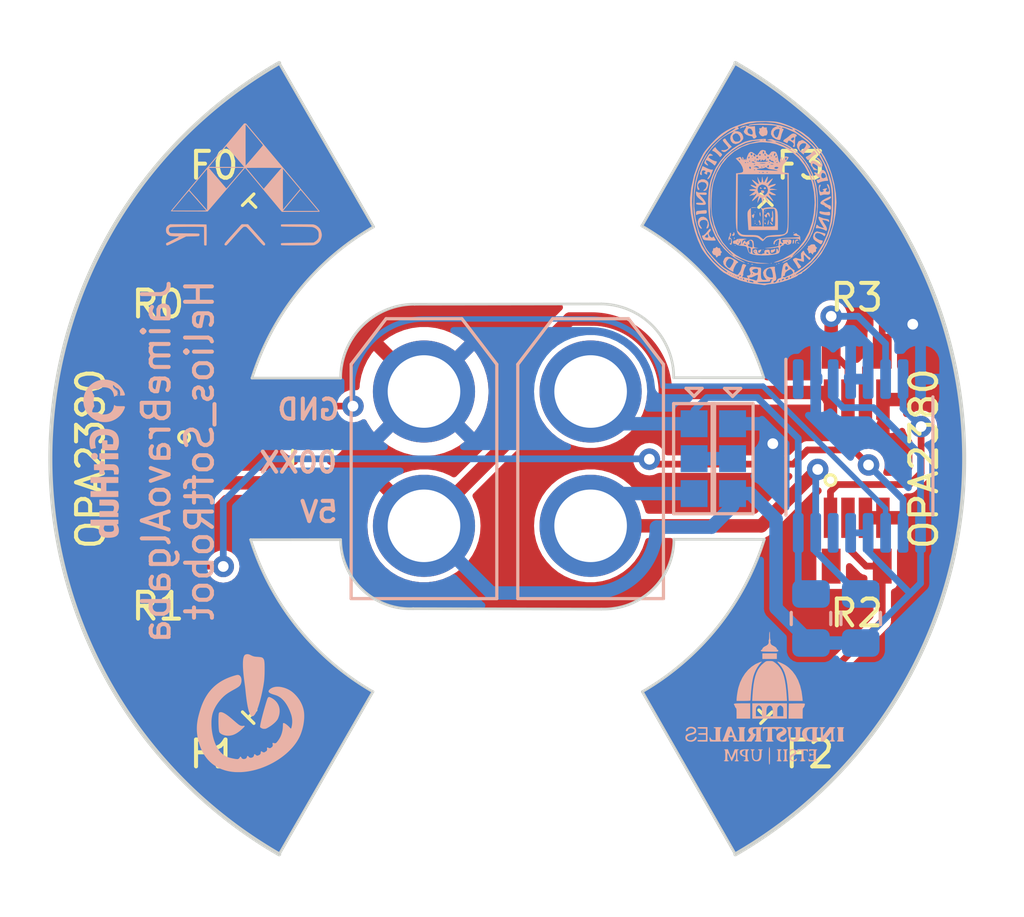
<source format=kicad_pcb>
(kicad_pcb (version 20240108) (generator "pcbnew") (generator_version "8.0")
  (layers (0 "F.Cu" signal) (31 "B.Cu" signal) (34 "B.Paste" user) (35 "F.Paste" user) (36 "B.SilkS" user "B.Silkscreen") (37 "F.SilkS" user "F.Silkscreen") (38 "B.Mask" user) (39 "F.Mask" user) (44 "Edge.Cuts" user))
  (net 0 "")
  (net 1 "Net-(F0-K)")
  (net 2 "GND")
  (net 3 "Net-(F1-K)")
  (net 4 "Net-(F2-K)")
  (net 5 "Net-(F3-K)")
  (net 6 "SCL")
  (net 7 "SDA")
  (net 8 "Net-(JP1-C)")
  (net 10 "VCC")
  (net 11 "F0")
  (net 12 "F1")
  (net 13 "F2")
  (net 14 "F3")
  (footprint "Helios:OPA2380" (layer "F.Cu") (at 178 100)
    (property "Reference" "U1" (hide yes))
    (property "Value" "OPA2380" (at 2.5 0 90) (layer "F.SilkS"))
    (pad "1" smd rect (at -0.975 2.2) (size 0.5 1.5) (layers "F.Cu" "F.Paste" "F.Mask") (net 13 "F2"))
    (pad "2" smd rect (at -0.325 2.2) (size 0.5 1.5) (layers "F.Cu" "F.Paste" "F.Mask") (net 4 "Net-(F2-K)"))
    (pad "3" smd rect (at 0.325 2.2) (size 0.5 1.5) (layers "F.Cu" "F.Paste" "F.Mask") (net 2 "GND"))
    (pad "4" smd rect (at 0.975 2.2) (size 0.5 1.5) (layers "F.Cu" "F.Paste" "F.Mask") (net 2 "GND"))
    (pad "5" smd rect (at 0.975 -2.2) (size 0.5 1.5) (layers "F.Cu" "F.Paste" "F.Mask") (net 2 "GND"))
    (pad "6" smd rect (at 0.325 -2.2) (size 0.5 1.5) (layers "F.Cu" "F.Paste" "F.Mask") (net 5 "Net-(F3-K)"))
    (pad "7" smd rect (at -0.325 -2.2) (size 0.5 1.5) (layers "F.Cu" "F.Paste" "F.Mask") (net 14 "F3"))
    (pad "8" smd rect (at -0.975 -2.2) (size 0.5 1.5) (layers "F.Cu" "F.Paste" "F.Mask") (net 10 "VCC"))
  )
  (footprint "Capacitor_SMD:C_0805_2012Metric" (layer "F.Cu") (at 157.75 99.95 -90)
    (property "Reference" "C1" (hide yes))
    (property "Value" "C")
    (pad "1" smd roundrect (at -0.95 0 270) (size 1 1.45) (layers "F.Cu" "F.Paste" "F.Mask") (net 2 "GND"))
    (pad "2" smd roundrect (at 0.95 0 270) (size 1 1.45) (layers "F.Cu" "F.Paste" "F.Mask") (net 10 "VCC"))
  )
  (footprint "Helios:RS_0805" (layer "F.Cu") (at 152 96 180)
    (property "Reference" "R0" (at 0 1.75 0) (layer "F.SilkS"))
    (property "Value" "Rf")
    (pad "1" smd rect (at -0.95 0 180) (size 0.7 1.3) (layers "F.Cu" "F.Paste" "F.Mask") (net 11 "F0"))
    (pad "2" smd rect (at 0.95 0 180) (size 0.7 1.3) (layers "F.Cu" "F.Paste" "F.Mask") (net 1 "Net-(F0-K)"))
  )
  (footprint "Helios:SFH2704_Photodiode" (layer "F.Cu") (at 174.5 109.5 -135)
    (property "Reference" "F2" (at -0.176777 -2.298097 0) (layer "F.SilkS"))
    (property "Value" "SFH2704" (hide yes))
    (pad "1" smd rect (at 0 -0.7 225) (size 1.9 0.4) (layers "F.Cu" "F.Paste" "F.Mask") (net 4 "Net-(F2-K)"))
    (pad "2" smd rect (at 0 0.7 225) (size 1.9 0.4) (layers "F.Cu" "F.Paste" "F.Mask") (net 2 "GND"))
  )
  (footprint "Helios:SFH2704_Photodiode" (layer "F.Cu") (at 155.5 90.5 45)
    (property "Reference" "F0" (at 0 -2.000001 180) (layer "F.SilkS"))
    (property "Value" "SFH2704" (hide yes))
    (pad "1" smd rect (at 0 -0.7 45) (size 1.9 0.4) (layers "F.Cu" "F.Paste" "F.Mask") (net 1 "Net-(F0-K)"))
    (pad "2" smd rect (at 0 0.7 45) (size 1.9 0.4) (layers "F.Cu" "F.Paste" "F.Mask") (net 2 "GND"))
  )
  (footprint "Helios:RS_0805" (layer "F.Cu") (at 178 96)
    (property "Reference" "R3" (at 0 -2 0) (layer "F.SilkS"))
    (property "Value" "Rf")
    (pad "1" smd rect (at -0.95 0) (size 0.7 1.3) (layers "F.Cu" "F.Paste" "F.Mask") (net 14 "F3"))
    (pad "2" smd rect (at 0.95 0) (size 0.7 1.3) (layers "F.Cu" "F.Paste" "F.Mask") (net 5 "Net-(F3-K)"))
  )
  (footprint "Helios:OPA2380" (layer "F.Cu") (at 152 100 180)
    (property "Reference" "U0" (hide yes))
    (property "Value" "OPA2380" (at 2.5 0 -90) (layer "F.SilkS"))
    (pad "1" smd rect (at -0.975 2.2 180) (size 0.5 1.5) (layers "F.Cu" "F.Paste" "F.Mask") (net 11 "F0"))
    (pad "2" smd rect (at -0.325 2.2 180) (size 0.5 1.5) (layers "F.Cu" "F.Paste" "F.Mask") (net 1 "Net-(F0-K)"))
    (pad "3" smd rect (at 0.325 2.2 180) (size 0.5 1.5) (layers "F.Cu" "F.Paste" "F.Mask") (net 2 "GND"))
    (pad "4" smd rect (at 0.975 2.2 180) (size 0.5 1.5) (layers "F.Cu" "F.Paste" "F.Mask") (net 2 "GND"))
    (pad "5" smd rect (at 0.975 -2.2 180) (size 0.5 1.5) (layers "F.Cu" "F.Paste" "F.Mask") (net 2 "GND"))
    (pad "6" smd rect (at 0.325 -2.2 180) (size 0.5 1.5) (layers "F.Cu" "F.Paste" "F.Mask") (net 3 "Net-(F1-K)"))
    (pad "7" smd rect (at -0.325 -2.2 180) (size 0.5 1.5) (layers "F.Cu" "F.Paste" "F.Mask") (net 12 "F1"))
    (pad "8" smd rect (at -0.975 -2.2 180) (size 0.5 1.5) (layers "F.Cu" "F.Paste" "F.Mask") (net 10 "VCC"))
  )
  (footprint "Helios:SFH2704_Photodiode" (layer "F.Cu") (at 174.5 90.5 -45)
    (property "Reference" "F3" (at 0 -2.000001 0) (layer "F.SilkS"))
    (property "Value" "SFH2704" (hide yes))
    (pad "1" smd rect (at 0 -0.7 315) (size 1.9 0.4) (layers "F.Cu" "F.Paste" "F.Mask") (net 5 "Net-(F3-K)"))
    (pad "2" smd rect (at 0 0.7 315) (size 1.9 0.4) (layers "F.Cu" "F.Paste" "F.Mask") (net 2 "GND"))
  )
  (footprint "Helios:SFH2704_Photodiode" (layer "F.Cu") (at 155.5 109.5 135)
    (property "Reference" "F1" (at -0.06066 -2.06066 180) (layer "F.SilkS"))
    (property "Value" "SFH2704" (hide yes))
    (pad "1" smd rect (at 0 -0.7 135) (size 1.9 0.4) (layers "F.Cu" "F.Paste" "F.Mask") (net 3 "Net-(F1-K)"))
    (pad "2" smd rect (at 0 0.7 135) (size 1.9 0.4) (layers "F.Cu" "F.Paste" "F.Mask") (net 2 "GND"))
  )
  (footprint "Helios:RS_0805" (layer "F.Cu") (at 178 104)
    (property "Reference" "R2" (at 0 1.75 0) (layer "F.SilkS"))
    (property "Value" "Rf")
    (pad "1" smd rect (at -0.95 0) (size 0.7 1.3) (layers "F.Cu" "F.Paste" "F.Mask") (net 13 "F2"))
    (pad "2" smd rect (at 0.95 0) (size 0.7 1.3) (layers "F.Cu" "F.Paste" "F.Mask") (net 4 "Net-(F2-K)"))
  )
  (footprint "Helios:RS_0805" (layer "F.Cu") (at 152 104 180)
    (property "Reference" "R1" (at 0 -1.5 0) (layer "F.SilkS"))
    (property "Value" "Rf")
    (pad "1" smd rect (at -0.95 0 180) (size 0.7 1.3) (layers "F.Cu" "F.Paste" "F.Mask") (net 12 "F1"))
    (pad "2" smd rect (at 0.95 0 180) (size 0.7 1.3) (layers "F.Cu" "F.Paste" "F.Mask") (net 3 "Net-(F1-K)"))
  )
  (footprint "LOGO" (layer "B.Cu") (at 150 100 -90)
    (property "Reference" "G***" (hide yes))
    (property "Value" "LOGO" (hide yes))
  )
  (footprint "Resistor_SMD:R_0805_2012Metric" (layer "B.Cu") (at 178.15 105.95 90)
    (property "Reference" "R5" (hide yes))
    (property "Value" "Rf")
    (pad "1" smd roundrect (at -0.9125 0 90) (size 1.025 1.4) (layers "B.Cu" "B.Paste" "B.Mask") (roundrect_rratio 0.243902439) (net 10 "VCC"))
    (pad "2" smd roundrect (at 0.9125 0 90) (size 1.025 1.4) (layers "B.Cu" "B.Paste" "B.Mask") (roundrect_rratio 0.243902439) (net 7 "SDA"))
  )
  (footprint "Jumper:SolderJumper-3_P1.3mm_Open_Pad1.0x1.5mm" (layer "B.Cu") (at 171.95 100 -90)
    (property "Reference" "JP2" (hide yes))
    (property "Value" "Jumper_3_Open")
    (pad "1" smd rect (at -1.3 0 270) (size 1 1) (layers "B.Cu" "B.Mask") (net 6 "SCL"))
    (pad "2" smd rect (at 0 0 270) (size 1 1) (layers "B.Cu" "B.Mask") (net 8 "Net-(JP1-C)"))
    (pad "3" smd rect (at 1.3 0 270) (size 1 1) (layers "B.Cu" "B.Mask") (net 7 "SDA"))
  )
  (footprint "Package_SO:TSSOP-16_4.4x5mm_P0.65mm" (layer "B.Cu") (at 178.1 99.9 -90)
    (property "Reference" "U2" (hide yes))
    (property "Value" "ADS112C04IPWR")
    (pad "1" smd roundrect (at -2.8625 2.275 270) (size 1.475 0.4) (layers "B.Cu" "B.Paste" "B.Mask"))
    (pad "2" smd roundrect (at -2.8625 1.625 270) (size 1.475 0.4) (layers "B.Cu" "B.Paste" "B.Mask") (net 2 "GND"))
    (pad "3" smd roundrect (at -2.8625 0.975 270) (size 1.475 0.4) (layers "B.Cu" "B.Paste" "B.Mask") (net 10 "VCC"))
    (pad "4" smd roundrect (at -2.8625 0.325 270) (size 1.475 0.4) (layers "B.Cu" "B.Paste" "B.Mask") (net 2 "GND"))
    (pad "5" smd roundrect (at -2.8625 -0.325 270) (size 1.475 0.4) (layers "B.Cu" "B.Paste" "B.Mask") (net 2 "GND"))
    (pad "6" smd roundrect (at -2.8625 -0.975 270) (size 1.475 0.4) (layers "B.Cu" "B.Paste" "B.Mask") (net 14 "F3"))
    (pad "7" smd roundrect (at -2.8625 -1.625 270) (size 1.475 0.4) (layers "B.Cu" "B.Paste" "B.Mask") (net 13 "F2"))
    (pad "8" smd roundrect (at -2.8625 -2.275 270) (size 1.475 0.4) (layers "B.Cu" "B.Paste" "B.Mask") (net 2 "GND"))
    (pad "9" smd roundrect (at 2.8625 -2.275 270) (size 1.475 0.4) (layers "B.Cu" "B.Paste" "B.Mask") (net 10 "VCC"))
    (pad "10" smd roundrect (at 2.8625 -1.625 270) (size 1.475 0.4) (layers "B.Cu" "B.Paste" "B.Mask") (net 12 "F1"))
    (pad "11" smd roundrect (at 2.8625 -0.975 270) (size 1.475 0.4) (layers "B.Cu" "B.Paste" "B.Mask") (net 11 "F0"))
    (pad "12" smd roundrect (at 2.8625 -0.325 270) (size 1.475 0.4) (layers "B.Cu" "B.Paste" "B.Mask") (net 10 "VCC"))
    (pad "13" smd roundrect (at 2.8625 0.325 270) (size 1.475 0.4) (layers "B.Cu" "B.Paste" "B.Mask") (net 10 "VCC"))
    (pad "14" smd roundrect (at 2.8625 0.975 270) (size 1.475 0.4) (layers "B.Cu" "B.Paste" "B.Mask"))
    (pad "15" smd roundrect (at 2.8625 1.625 270) (size 1.475 0.4) (layers "B.Cu" "B.Paste" "B.Mask") (net 7 "SDA"))
    (pad "16" smd roundrect (at 2.8625 2.275 270) (size 1.475 0.4) (layers "B.Cu" "B.Paste" "B.Mask") (net 6 "SCL"))
  )
  (footprint "LOGO" (layer "B.Cu") (at 155.448 109.474 180)
    (property "Reference" "G***" (hide yes))
    (property "Value" "LOGO" (hide yes))
  )
  (footprint "Resistor_SMD:R_0805_2012Metric" (layer "B.Cu") (at 176.3 105.95 90)
    (property "Reference" "R4" (hide yes))
    (property "Value" "Rf")
    (pad "1" smd roundrect (at -0.9125 0 90) (size 1.025 1.4) (layers "B.Cu" "B.Paste" "B.Mask") (roundrect_rratio 0.243902439) (net 10 "VCC"))
    (pad "2" smd roundrect (at 0.9125 0 90) (size 1.025 1.4) (layers "B.Cu" "B.Paste" "B.Mask") (roundrect_rratio 0.243902439) (net 6 "SCL"))
  )
  (footprint "Jumper:SolderJumper-3_P1.3mm_Open_Pad1.0x1.5mm" (layer "B.Cu") (at 173.3825 100 -90)
    (property "Reference" "JP1" (hide yes))
    (property "Value" "Jumper_3_Open")
    (pad "1" smd rect (at -1.3 0 270) (size 1 1) (layers "B.Cu" "B.Mask") (net 2 "GND"))
    (pad "2" smd rect (at 0 0 270) (size 1 1) (layers "B.Cu" "B.Mask") (net 8 "Net-(JP1-C)"))
    (pad "3" smd rect (at 1.3 0 270) (size 1 1) (layers "B.Cu" "B.Mask") (net 10 "VCC"))
  )
  (footprint "LOGO" (layer "B.Cu") (at 155.194 89.789 180)
    (property "Reference" "G***" (hide yes))
    (property "Value" "LOGO" (hide yes))
  )
  (footprint "LOGO" (layer "B.Cu") (at 174.625 109.093 180)
    (property "Reference" "G***" (hide yes))
    (property "Value" "LOGO" (hide yes))
  )
  (footprint "XTConnectors:XT30U-M_1x02_P5.0mm_Vertical" (layer "B.Cu") (at 168.1 97.5 -90)
    (property "Reference" "J2" (hide yes))
    (property "Value" "I2C")
    (pad "1" thru_hole circle (at 0 0 270) (size 3.8 3.8) (drill 2.7) (layers "*.Cu" "*.Mask") (net 6 "SCL"))
    (pad "2" thru_hole circle (at 5 0 270) (size 3.8 3.8) (drill 2.7) (layers "*.Cu" "*.Mask") (net 7 "SDA"))
  )
  (footprint "XTConnectors:XT30U-M_1x02_P5.0mm_Vertical" (layer "B.Cu") (at 161.9 97.5 -90)
    (property "Reference" "J1" (hide yes))
    (property "Value" "POW")
    (pad "1" thru_hole circle (at 0 0 270) (size 3.8 3.8) (drill 2.7) (layers "*.Cu" "*.Mask") (net 2 "GND"))
    (pad "2" thru_hole circle (at 5 0 270) (size 3.8 3.8) (drill 2.7) (layers "*.Cu" "*.Mask") (net 10 "VCC"))
  )
  (footprint "LOGO" (layer "B.Cu") (at 174.5 90.5 180)
    (property "Reference" "G***" (hide yes))
    (property "Value" "LOGO" (hide yes))
  )
  (gr_line (start 161.499588 105.584388) (end 168.5 105.6) (stroke (width 0.1)) (layer "Edge.Cuts"))
  (gr_line (start 160.025772 91.368253) (end 156.511923 85.270692) (stroke (width 0.1)) (layer "Edge.Cuts"))
  (gr_arc (start 160 108.676765) (mid 157.193985 106.273147) (end 155.450535 103.01562) (stroke (width 0.1)) (layer "Edge.Cuts"))
  (gr_line (start 160 108.676765) (end 156.511923 114.729308) (stroke (width 0.1)) (layer "Edge.Cuts"))
  (gr_line (start 174.54251 96.986576) (end 171.193182 96.985418) (stroke (width 0.1)) (layer "Edge.Cuts"))
  (gr_arc (start 168.495716 94.239956) (mid 170.408834 95.058168) (end 171.193182 96.985418) (stroke (width 0.1)) (layer "Edge.Cuts"))
  (gr_line (start 161.55 94.25) (end 168.495716 94.239956) (stroke (width 0.1)) (layer "Edge.Cuts"))
  (gr_arc (start 156.511923 114.729308) (mid 147.999382 100) (end 156.511923 85.270692) (stroke (width 0.15)) (layer "Edge.Cuts"))
  (gr_arc (start 171.2 103.001201) (mid 170.402281 104.873392) (end 168.500126 105.59676) (stroke (width 0.1)) (layer "Edge.Cuts"))
  (gr_line (start 170.02417 108.675165) (end 173.48684 114.729308) (stroke (width 0.1)) (layer "Edge.Cuts"))
  (gr_arc (start 155.5 97) (mid 157.234373 93.759404) (end 160.025772 91.368253) (stroke (width 0.1)) (layer "Edge.Cuts"))
  (gr_arc (start 170.007011 91.335701) (mid 172.804181 93.736216) (end 174.54251 96.986576) (stroke (width 0.1)) (layer "Edge.Cuts"))
  (gr_line (start 173.48684 85.270692) (end 170.007011 91.335701) (stroke (width 0.1)) (layer "Edge.Cuts"))
  (gr_arc (start 174.564203 103.004462) (mid 172.825879 106.265493) (end 170.02417 108.675165) (stroke (width 0.1)) (layer "Edge.Cuts"))
  (gr_line (start 171.2 103.001201) (end 174.564203 103.004462) (stroke (width 0.1)) (layer "Edge.Cuts"))
  (gr_line (start 155.450535 103.01562) (end 158.8 103.013217) (stroke (width 0.1)) (layer "Edge.Cuts"))
  (gr_line (start 155.5 97) (end 158.8 97) (stroke (width 0.1)) (layer "Edge.Cuts"))
  (gr_arc (start 161.499588 105.584388) (mid 159.602712 104.873208) (end 158.8 103.013217) (stroke (width 0.1)) (layer "Edge.Cuts"))
  (gr_arc (start 158.8 97) (mid 159.605456 95.055456) (end 161.55 94.25) (stroke (width 0.1)) (layer "Edge.Cuts"))
  (gr_arc (start 173.48684 85.270692) (mid 181.999381 100) (end 173.48684 114.729308) (stroke (width 0.15)) (layer "Edge.Cuts"))
  (gr_text "JaimeBravoAlgaba\nHelios_SoftRobot" (at 152.75 93.25 90) (layer "B.SilkS") (effects (font (size 1 1)) (justify left mirror)))
  (gr_text "GND" (at 157.607 98.171 0) (layer "B.SilkS") (effects (font (size 0.75 0.75)) (justify mirror)))
  (gr_text "00XX" (at 158.75 100.584 0) (layer "B.SilkS") (effects (font (size 0.75 0.75)) (justify left bottom mirror)))
  (gr_text "5V" (at 157.988 101.981 0) (layer "B.SilkS") (effects (font (size 0.75 0.75)) (justify mirror)))
  (segment (start 151.425 96) (end 152.325 96.9) (width 0.25) (layer "F.Cu") (net 1))
  (segment (start 151.05 93.96005) (end 151.05 96) (width 0.25) (layer "F.Cu") (net 1))
  (segment (start 151.05 96) (end 151.425 96) (width 0.25) (layer "F.Cu") (net 1))
  (segment (start 152.325 96.9) (end 152.325 97.8) (width 0.25) (layer "F.Cu") (net 1))
  (segment (start 155.005025 90.005025) (end 151.05 93.96005) (width 0.25) (layer "F.Cu") (net 1))
  (via (at 180.086 94.996) (size 0.8) (drill 0.4) (layers "F.Cu" "B.Cu") (net 2))
  (via (at 174.879 99.441) (size 0.8) (drill 0.4) (layers "F.Cu" "B.Cu") (net 2))
  (segment (start 151.05 104) (end 151.675 103.375) (width 0.25) (layer "F.Cu") (net 3))
  (segment (start 155.005025 109.994975) (end 151.05 106.03995) (width 0.25) (layer "F.Cu") (net 3))
  (segment (start 151.675 103.375) (end 151.675 102.2) (width 0.25) (layer "F.Cu") (net 3))
  (segment (start 151.05 106.03995) (end 151.05 104) (width 0.25) (layer "F.Cu") (net 3))
  (segment (start 178.95 104) (end 178.35 104) (width 0.25) (layer "F.Cu") (net 4))
  (segment (start 177.75 103.4) (end 177.75 102.275) (width 0.25) (layer "F.Cu") (net 4))
  (segment (start 178.35 104) (end 177.75 103.4) (width 0.25) (layer "F.Cu") (net 4))
  (segment (start 174.994975 109.994975) (end 178.95 106.03995) (width 0.25) (layer "F.Cu") (net 4))
  (segment (start 178.95 106.03995) (end 178.95 104) (width 0.25) (layer "F.Cu") (net 4))
  (segment (start 177.75 102.275) (end 177.675 102.2) (width 0.25) (layer "F.Cu") (net 4))
  (segment (start 178.95 96) (end 178.325 96.625) (width 0.25) (layer "F.Cu") (net 5))
  (segment (start 178.325 96.625) (end 178.325 97.8) (width 0.25) (layer "F.Cu") (net 5))
  (segment (start 178.95 93.96005) (end 178.95 96) (width 0.25) (layer "F.Cu") (net 5))
  (segment (start 174.994975 90.005025) (end 178.95 93.96005) (width 0.25) (layer "F.Cu") (net 5))
  (segment (start 171.95 98.2) (end 171.95 98.7) (width 0.25) (layer "B.Cu") (net 6))
  (segment (start 175.825 99.244) (end 174.306 97.725) (width 0.25) (layer "B.Cu") (net 6))
  (segment (start 175.825 102.7625) (end 175.825 99.244) (width 0.25) (layer "B.Cu") (net 6))
  (segment (start 172.425 97.725) (end 171.95 98.2) (width 0.25) (layer "B.Cu") (net 6))
  (segment (start 175.825 102.7625) (end 175.825 104.5625) (width 0.25) (layer "B.Cu") (net 6))
  (segment (start 169.3 98.7) (end 168.1 97.5) (width 0.5) (layer "B.Cu") (net 6))
  (segment (start 175.825 104.5625) (end 176.3 105.0375) (width 0.25) (layer "B.Cu") (net 6))
  (segment (start 171.95 98.7) (end 169.3 98.7) (width 0.5) (layer "B.Cu") (net 6))
  (segment (start 174.306 97.725) (end 172.425 97.725) (width 0.25) (layer "B.Cu") (net 6))
  (segment (start 174.45 102.5) (end 168.1 102.5) (width 0.5) (layer "F.Cu") (net 7))
  (segment (start 176.5495 100.4005) (end 174.45 102.5) (width 0.5) (layer "F.Cu") (net 7))
  (via (at 176.5495 100.4005) (size 0.8) (drill 0.4) (layers "F.Cu" "B.Cu") (net 7))
  (segment (start 171.95 101.3) (end 169.3 101.3) (width 0.5) (layer "B.Cu") (net 7))
  (segment (start 178.061459 105.0375) (end 178.15 105.0375) (width 0.25) (layer "B.Cu") (net 7))
  (segment (start 176.475 102.7625) (end 176.475 103.451041) (width 0.25) (layer "B.Cu") (net 7))
  (segment (start 176.5495 100.4005) (end 176.475 100.475) (width 0.25) (layer "B.Cu") (net 7))
  (segment (start 176.475 103.451041) (end 178.061459 105.0375) (width 0.25) (layer "B.Cu") (net 7))
  (segment (start 169.3 101.3) (end 168.1 102.5) (width 0.5) (layer "B.Cu") (net 7))
  (segment (start 176.475 100.475) (end 176.475 102.7625) (width 0.25) (layer "B.Cu") (net 7))
  (segment (start 171.95 100) (end 173.3825 100) (width 0.5) (layer "B.Cu") (net 8))
  (segment (start 157.75 100.9) (end 154.275 100.9) (width 0.5) (layer "F.Cu") (net 10))
  (segment (start 176.975 97.8) (end 176.975 97.75) (width 0.5) (layer "F.Cu") (net 10))
  (segment (start 176.761 97.536) (end 170.882484 97.536) (width 0.5) (layer "F.Cu") (net 10))
  (segment (start 165.608 96.52) (end 165.608 98.792) (width 0.5) (layer "F.Cu") (net 10))
  (segment (start 165.608 98.792) (end 161.9 102.5) (width 0.5) (layer "F.Cu") (net 10))
  (segment (start 157.75 100.9) (end 160.3 100.9) (width 0.5) (layer "F.Cu") (net 10))
  (segment (start 154.275 100.9) (end 153.025 102.15) (width 0.5) (layer "F.Cu") (net 10))
  (segment (start 176.975 97.75) (end 176.761 97.536) (width 0.5) (layer "F.Cu") (net 10))
  (segment (start 153.025 102.15) (end 153.025 102.2) (width 0.5) (layer "F.Cu") (net 10))
  (segment (start 168.149215 94.801516) (end 167.326484 94.801516) (width 0.5) (layer "F.Cu") (net 10))
  (segment (start 160.3 100.9) (end 161.9 102.5) (width 0.5) (layer "F.Cu") (net 10))
  (segment (start 167.326484 94.801516) (end 165.608 96.52) (width 0.5) (layer "F.Cu") (net 10))
  (arc (start 170.882484 97.536) (mid 170.081999 95.60286) (end 168.149215 94.801516) (width 0.5) (layer "F.Cu") (net 10))
  (segment (start 174.05 101.3) (end 175 102.25) (width 0.5) (layer "B.Cu") (net 10))
  (segment (start 179.98125 105.007291) (end 179.98125 105.03125) (width 0.25) (layer "B.Cu") (net 10))
  (segment (start 161.9 102.5) (end 164.4 105) (width 0.5) (layer "B.Cu") (net 10))
  (segment (start 172.6 102.55) (end 170.55 102.55) (width 0.5) (layer "B.Cu") (net 10))
  (segment (start 180.375 102.7625) (end 180.375 104.6375) (width 0.25) (layer "B.Cu") (net 10))
  (segment (start 177.125 97.0375) (end 177.125 97.726041) (width 0.25) (layer "B.Cu") (net 10))
  (segment (start 175 105.5625) (end 176.3 106.8625) (width 0.5) (layer "B.Cu") (net 10))
  (segment (start 180.375 99.857) (end 180.375 102.7625) (width 0.25) (layer "B.Cu") (net 10))
  (segment (start 180.375 104.6375) (end 179.98125 105.03125) (width 0.25) (layer "B.Cu") (net 10))
  (segment (start 176.3 106.8625) (end 178.15 106.8625) (width 0.5) (layer "B.Cu") (net 10))
  (segment (start 178.425 102.7625) (end 178.425 103.451041) (width 0.25) (layer "B.Cu") (net 10))
  (segment (start 179.98125 105.03125) (end 178.15 106.8625) (width 0.25) (layer "B.Cu") (net 10))
  (segment (start 178.425 103.451041) (end 179.98125 105.007291) (width 0.25) (layer "B.Cu") (net 10))
  (segment (start 173.3825 101.3) (end 173.3825 101.7675) (width 0.5) (layer "B.Cu") (net 10))
  (segment (start 175 102.25) (end 175 105.5625) (width 0.5) (layer "B.Cu") (net 10))
  (segment (start 178.618 98.1) (end 180.375 99.857) (width 0.25) (layer "B.Cu") (net 10))
  (segment (start 177.775 102.7625) (end 178.425 102.7625) (width 0.25) (layer "B.Cu") (net 10))
  (segment (start 173.3825 101.3) (end 174.05 101.3) (width 0.5) (layer "B.Cu") (net 10))
  (segment (start 177.498959 98.1) (end 178.618 98.1) (width 0.25) (layer "B.Cu") (net 10))
  (segment (start 164.4 105) (end 168.1 105) (width 0.5) (layer "B.Cu") (net 10))
  (segment (start 173.3825 101.7675) (end 172.6 102.55) (width 0.5) (layer "B.Cu") (net 10))
  (segment (start 177.125 97.726041) (end 177.498959 98.1) (width 0.25) (layer "B.Cu") (net 10))
  (arc (start 170.55 102.55) (mid 169.832412 104.282412) (end 168.1 105) (width 0.5) (layer "B.Cu") (net 10))
  (segment (start 153.219 98.044) (end 152.975 97.8) (width 0.25) (layer "F.Cu") (net 11))
  (segment (start 152.95 97.775) (end 152.975 97.8) (width 0.25) (layer "F.Cu") (net 11))
  (segment (start 152.95 96) (end 152.95 97.775) (width 0.25) (layer "F.Cu") (net 11))
  (segment (start 159.258 98.044) (end 153.219 98.044) (width 0.25) (layer "F.Cu") (net 11))
  (via (at 159.258 98.044) (size 0.8) (drill 0.4) (layers "F.Cu" "B.Cu") (net 11))
  (segment (start 159.241709 98.027709) (end 159.241709 97.01285) (width 0.2) (layer "B.Cu") (net 11))
  (segment (start 159.258 98.044) (end 159.241709 98.027709) (width 0.2) (layer "B.Cu") (net 11))
  (segment (start 161.915994 94.8) (end 168.1 94.8) (width 0.2) (layer "B.Cu") (net 11))
  (segment (start 179.075 101.859) (end 179.075 102.7625) (width 0.2) (layer "B.Cu") (net 11))
  (segment (start 174.516 97.3) (end 179.075 101.859) (width 0.2) (layer "B.Cu") (net 11))
  (segment (start 170.8 97.3) (end 174.516 97.3) (width 0.2) (layer "B.Cu") (net 11))
  (arc (start 159.241709 97.01285) (mid 160.171425 95.425867) (end 161.9 94.8) (width 0.2) (layer "B.Cu") (net 11))
  (arc (start 168.1 94.8) (mid 169.938643 95.522782) (end 170.792888 97.304154) (width 0.2) (layer "B.Cu") (net 11))
  (segment (start 152.95 104) (end 154.419 104) (width 0.25) (layer "F.Cu") (net 12))
  (segment (start 152.95 104) (end 152.325 103.375) (width 0.25) (layer "F.Cu") (net 12))
  (segment (start 154.419 104) (end 154.432 104.013) (width 0.25) (layer "F.Cu") (net 12))
  (segment (start 175.641 100.203) (end 176.1685 99.6755) (width 0.25) (layer "F.Cu") (net 12))
  (segment (start 170.469038 100.203) (end 175.641 100.203) (width 0.25) (layer "F.Cu") (net 12))
  (segment (start 176.1685 99.6755) (end 177.880744 99.6755) (width 0.25) (layer "F.Cu") (net 12))
  (segment (start 152.325 103.375) (end 152.325 102.2) (width 0.25) (layer "F.Cu") (net 12))
  (segment (start 170.285977 100.019939) (end 170.469038 100.203) (width 0.25) (layer "F.Cu") (net 12))
  (segment (start 177.880744 99.6755) (end 178.440372 100.235128) (width 0.25) (layer "F.Cu") (net 12))
  (via (at 154.432 104.013) (size 0.8) (drill 0.4) (layers "F.Cu" "B.Cu") (net 12))
  (via (at 170.285977 100.019939) (size 0.8) (drill 0.4) (layers "F.Cu" "B.Cu") (net 12))
  (via (at 178.440372 100.235128) (size 0.8) (drill 0.4) (layers "F.Cu" "B.Cu") (net 12))
  (segment (start 179.725 101.519756) (end 179.725 102.7625) (width 0.25) (layer "B.Cu") (net 12))
  (segment (start 170.285977 100.019939) (end 170.285977 100.012932) (width 0.25) (layer "B.Cu") (net 12))
  (segment (start 156.026076 100.005924) (end 154.432 101.6) (width 0.25) (layer "B.Cu") (net 12))
  (segment (start 178.440372 100.235128) (end 179.725 101.519756) (width 0.25) (layer "B.Cu") (net 12))
  (segment (start 154.432 101.6) (end 154.432 104.013) (width 0.25) (layer "B.Cu") (net 12))
  (segment (start 170.285977 100.019939) (end 170.271962 100.005924) (width 0.25) (layer "B.Cu") (net 12))
  (segment (start 170.285977 100.012932) (end 170.278969 100.005924) (width 0.25) (layer "B.Cu") (net 12))
  (segment (start 170.271962 100.005924) (end 156.026076 100.005924) (width 0.25) (layer "B.Cu") (net 12))
  (segment (start 180.396 100.528) (end 179.959 100.965) (width 0.25) (layer "F.Cu") (net 13))
  (segment (start 177.285 100.965) (end 177.025 101.225) (width 0.25) (layer "F.Cu") (net 13))
  (segment (start 179.959 100.965) (end 177.285 100.965) (width 0.25) (layer "F.Cu") (net 13))
  (segment (start 177.025 101.225) (end 177.025 102.2) (width 0.25) (layer "F.Cu") (net 13))
  (segment (start 177.05 104) (end 177.05 102.225) (width 0.25) (layer "F.Cu") (net 13))
  (segment (start 177.05 102.225) (end 177.025 102.2) (width 0.25) (layer "F.Cu") (net 13))
  (segment (start 180.396 98.806) (end 180.396 100.528) (width 0.25) (layer "F.Cu") (net 13))
  (via (at 180.396 98.806) (size 0.8) (drill 0.4) (layers "F.Cu" "B.Cu") (net 13))
  (segment (start 180.396 98.806) (end 179.725 98.135) (width 0.25) (layer "B.Cu") (net 13))
  (segment (start 179.725 98.135) (end 179.725 97.0375) (width 0.25) (layer "B.Cu") (net 13))
  (segment (start 177.05 94.7) (end 177.05 96) (width 0.5) (layer "F.Cu") (net 14))
  (segment (start 177.675 96.625) (end 177.675 97.8) (width 0.25) (layer "F.Cu") (net 14))
  (segment (start 177.05 96) (end 177.675 96.625) (width 0.25) (layer "F.Cu") (net 14))
  (via (at 177.05 94.7) (size 0.8) (drill 0.4) (layers "F.Cu" "B.Cu") (net 14))
  (segment (start 178.05 94.7) (end 177.05 94.7) (width 0.25) (layer "B.Cu") (net 14))
  (segment (start 179.075 97.0375) (end 179.075 95.725) (width 0.25) (layer "B.Cu") (net 14))
  (segment (start 179.075 95.725) (end 178.05 94.7) (width 0.25) (layer "B.Cu") (net 14))
  (zone (net 2) (net_name "GND") (layers "F&B.Cu") (connect_pads (clearance 0)) (min_thickness 0.25) (fill yes (thermal_gap 0.5) (thermal_bridge_width 0.5))
    (polygon (pts (xy 146.125013 83.82) (xy 184.225013 83.82) (xy 184.225013 116.84) (xy 146.125013 116.84)))
  )
)
</source>
